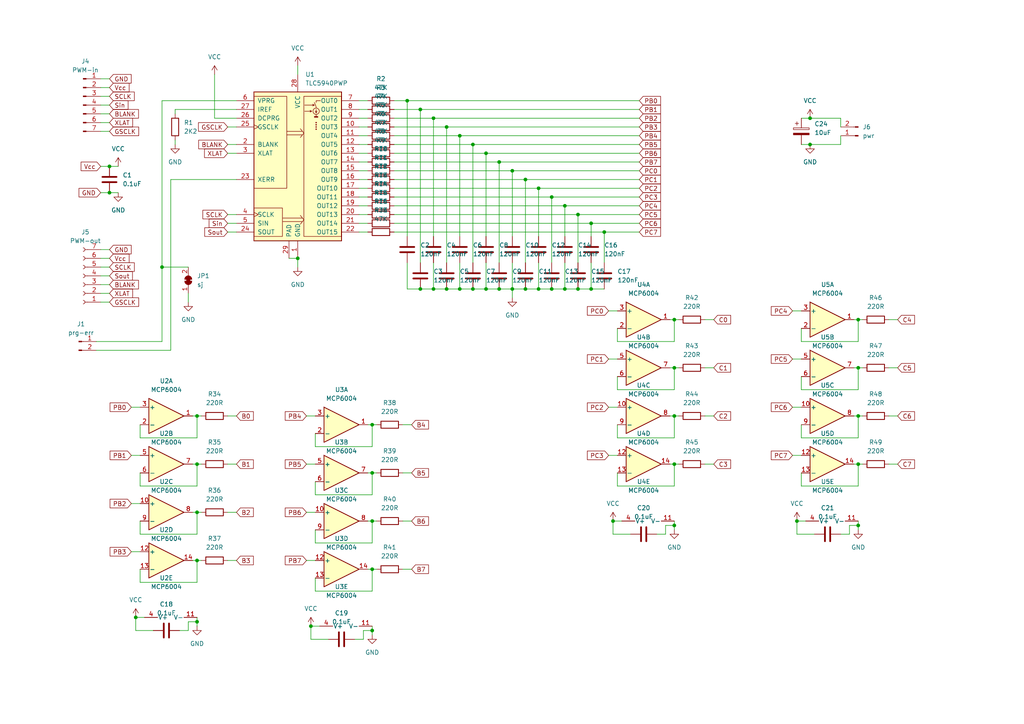
<source format=kicad_sch>
(kicad_sch (version 20230121) (generator eeschema)
  (paper "A4")
  (junction (at 57.15 134.62))
  (junction (at 248.92 120.65))
  (junction (at 160.02 83.82))
  (junction (at 107.95 151.13))
  (junction (at 144.78 46.99))
  (junction (at 234.95 34.29))
  (junction (at 107.95 182.88))
  (junction (at 152.4 52.07))
  (junction (at 125.73 83.82))
  (junction (at 171.45 64.77))
  (junction (at 148.59 49.53))
  (junction (at 140.97 44.45))
  (junction (at 118.11 29.21))
  (junction (at 156.21 54.61))
  (junction (at 125.73 34.29))
  (junction (at 39.37 179.07))
  (junction (at 57.15 162.56))
  (junction (at 107.95 123.19))
  (junction (at 167.64 62.23))
  (junction (at 90.17 181.61))
  (junction (at 195.58 134.62))
  (junction (at 133.35 39.37))
  (junction (at 231.14 151.13))
  (junction (at 57.15 180.34))
  (junction (at 140.97 83.82))
  (junction (at 57.15 120.65))
  (junction (at 171.45 83.82))
  (junction (at 137.16 83.82))
  (junction (at 234.95 41.91))
  (junction (at 195.58 106.68))
  (junction (at 31.75 48.26))
  (junction (at 107.95 137.16))
  (junction (at 46.99 77.47))
  (junction (at 129.54 83.82))
  (junction (at 195.58 120.65))
  (junction (at 195.58 152.4))
  (junction (at 137.16 41.91))
  (junction (at 31.75 55.88))
  (junction (at 86.36 74.93))
  (junction (at 148.59 83.82))
  (junction (at 156.21 83.82))
  (junction (at 107.95 165.1))
  (junction (at 248.92 92.71))
  (junction (at 177.8 151.13))
  (junction (at 160.02 57.15))
  (junction (at 121.92 31.75))
  (junction (at 57.15 148.59))
  (junction (at 133.35 83.82))
  (junction (at 163.83 59.69))
  (junction (at 248.92 106.68))
  (junction (at 167.64 83.82))
  (junction (at 152.4 83.82))
  (junction (at 248.92 134.62))
  (junction (at 195.58 92.71))
  (junction (at 129.54 36.83))
  (junction (at 163.83 83.82))
  (junction (at 248.92 152.4))
  (junction (at 144.78 83.82))
  (junction (at 121.92 83.82))
  (junction (at 175.26 67.31))
  (wire (pts (xy 114.3 44.45) (xy 140.97 44.45)))
  (wire (pts (xy 91.44 157.48) (xy 91.44 153.67)))
  (wire (pts (xy 229.87 104.14) (xy 232.41 104.14)))
  (wire (pts (xy 106.68 165.1) (xy 107.95 165.1)))
  (wire (pts (xy 29.21 22.86) (xy 31.75 22.86)))
  (wire (pts (xy 114.3 54.61) (xy 156.21 54.61)))
  (wire (pts (xy 229.87 118.11) (xy 232.41 118.11)))
  (wire (pts (xy 137.16 41.91) (xy 137.16 76.2)))
  (wire (pts (xy 104.14 41.91) (xy 106.68 41.91)))
  (wire (pts (xy 107.95 182.88) (xy 107.95 184.15)))
  (wire (pts (xy 257.81 92.71) (xy 260.35 92.71)))
  (wire (pts (xy 114.3 34.29) (xy 125.73 34.29)))
  (wire (pts (xy 104.14 29.21) (xy 106.68 29.21)))
  (wire (pts (xy 107.95 123.19) (xy 109.22 123.19)))
  (wire (pts (xy 29.21 72.39) (xy 31.75 72.39)))
  (wire (pts (xy 195.58 151.13) (xy 195.58 152.4)))
  (wire (pts (xy 104.14 49.53) (xy 106.68 49.53)))
  (wire (pts (xy 118.11 83.82) (xy 121.92 83.82)))
  (wire (pts (xy 248.92 99.06) (xy 232.41 99.06)))
  (wire (pts (xy 116.84 151.13) (xy 119.38 151.13)))
  (wire (pts (xy 114.3 62.23) (xy 167.64 62.23)))
  (wire (pts (xy 129.54 83.82) (xy 133.35 83.82)))
  (wire (pts (xy 177.8 154.94) (xy 177.8 151.13)))
  (wire (pts (xy 29.21 77.47) (xy 31.75 77.47)))
  (wire (pts (xy 140.97 76.2) (xy 140.97 83.82)))
  (wire (pts (xy 195.58 113.03) (xy 179.07 113.03)))
  (wire (pts (xy 248.92 152.4) (xy 248.92 153.67)))
  (wire (pts (xy 57.15 168.91) (xy 40.64 168.91)))
  (wire (pts (xy 102.87 185.42) (xy 105.41 185.42)))
  (wire (pts (xy 232.41 99.06) (xy 232.41 95.25)))
  (wire (pts (xy 88.9 120.65) (xy 91.44 120.65)))
  (wire (pts (xy 152.4 52.07) (xy 152.4 76.2)))
  (wire (pts (xy 195.58 92.71) (xy 195.58 99.06)))
  (wire (pts (xy 116.84 123.19) (xy 119.38 123.19)))
  (wire (pts (xy 248.92 106.68) (xy 248.92 113.03)))
  (wire (pts (xy 66.04 67.31) (xy 68.58 67.31)))
  (wire (pts (xy 167.64 83.82) (xy 171.45 83.82)))
  (wire (pts (xy 156.21 54.61) (xy 185.42 54.61)))
  (wire (pts (xy 232.41 127) (xy 232.41 123.19)))
  (wire (pts (xy 104.14 67.31) (xy 106.68 67.31)))
  (wire (pts (xy 66.04 44.45) (xy 68.58 44.45)))
  (wire (pts (xy 232.41 41.91) (xy 234.95 41.91)))
  (wire (pts (xy 140.97 83.82) (xy 144.78 83.82)))
  (wire (pts (xy 104.14 34.29) (xy 106.68 34.29)))
  (wire (pts (xy 248.92 92.71) (xy 248.92 99.06)))
  (wire (pts (xy 248.92 151.13) (xy 248.92 152.4)))
  (wire (pts (xy 27.94 101.6) (xy 49.53 101.6)))
  (wire (pts (xy 231.14 154.94) (xy 231.14 151.13)))
  (wire (pts (xy 257.81 120.65) (xy 260.35 120.65)))
  (wire (pts (xy 204.47 120.65) (xy 207.01 120.65)))
  (wire (pts (xy 90.17 185.42) (xy 90.17 181.61)))
  (wire (pts (xy 114.3 36.83) (xy 129.54 36.83)))
  (wire (pts (xy 104.14 44.45) (xy 106.68 44.45)))
  (wire (pts (xy 91.44 129.54) (xy 91.44 125.73)))
  (wire (pts (xy 171.45 64.77) (xy 171.45 68.58)))
  (wire (pts (xy 57.15 179.07) (xy 57.15 180.34)))
  (wire (pts (xy 246.38 152.4) (xy 248.92 152.4)))
  (wire (pts (xy 179.07 127) (xy 179.07 123.19)))
  (wire (pts (xy 104.14 39.37) (xy 106.68 39.37)))
  (wire (pts (xy 140.97 44.45) (xy 185.42 44.45)))
  (wire (pts (xy 236.22 154.94) (xy 231.14 154.94)))
  (wire (pts (xy 104.14 46.99) (xy 106.68 46.99)))
  (wire (pts (xy 50.8 40.64) (xy 50.8 41.91)))
  (wire (pts (xy 29.21 30.48) (xy 31.75 30.48)))
  (wire (pts (xy 194.31 134.62) (xy 195.58 134.62)))
  (wire (pts (xy 229.87 90.17) (xy 232.41 90.17)))
  (wire (pts (xy 106.68 137.16) (xy 107.95 137.16)))
  (wire (pts (xy 148.59 49.53) (xy 148.59 68.58)))
  (wire (pts (xy 125.73 34.29) (xy 125.73 68.58)))
  (wire (pts (xy 31.75 55.88) (xy 34.29 55.88)))
  (wire (pts (xy 107.95 151.13) (xy 107.95 157.48)))
  (wire (pts (xy 248.92 134.62) (xy 248.92 140.97)))
  (wire (pts (xy 118.11 29.21) (xy 185.42 29.21)))
  (wire (pts (xy 68.58 34.29) (xy 62.23 34.29)))
  (wire (pts (xy 171.45 64.77) (xy 185.42 64.77)))
  (wire (pts (xy 38.1 118.11) (xy 40.64 118.11)))
  (wire (pts (xy 29.21 38.1) (xy 31.75 38.1)))
  (wire (pts (xy 57.15 162.56) (xy 57.15 168.91)))
  (wire (pts (xy 167.64 62.23) (xy 167.64 76.2)))
  (wire (pts (xy 195.58 127) (xy 179.07 127)))
  (wire (pts (xy 114.3 64.77) (xy 171.45 64.77)))
  (wire (pts (xy 195.58 152.4) (xy 195.58 153.67)))
  (wire (pts (xy 234.95 34.29) (xy 243.84 34.29)))
  (wire (pts (xy 29.21 48.26) (xy 31.75 48.26)))
  (wire (pts (xy 40.64 168.91) (xy 40.64 165.1)))
  (wire (pts (xy 160.02 57.15) (xy 160.02 76.2)))
  (wire (pts (xy 234.95 41.91) (xy 243.84 41.91)))
  (wire (pts (xy 163.83 59.69) (xy 163.83 68.58)))
  (wire (pts (xy 107.95 157.48) (xy 91.44 157.48)))
  (wire (pts (xy 114.3 57.15) (xy 160.02 57.15)))
  (wire (pts (xy 66.04 134.62) (xy 68.58 134.62)))
  (wire (pts (xy 248.92 120.65) (xy 250.19 120.65)))
  (wire (pts (xy 66.04 120.65) (xy 68.58 120.65)))
  (wire (pts (xy 39.37 179.07) (xy 41.91 179.07)))
  (wire (pts (xy 204.47 134.62) (xy 207.01 134.62)))
  (wire (pts (xy 243.84 34.29) (xy 243.84 36.83)))
  (wire (pts (xy 176.53 118.11) (xy 179.07 118.11)))
  (wire (pts (xy 88.9 148.59) (xy 91.44 148.59)))
  (wire (pts (xy 46.99 29.21) (xy 46.99 77.47)))
  (wire (pts (xy 195.58 99.06) (xy 179.07 99.06)))
  (wire (pts (xy 163.83 59.69) (xy 185.42 59.69)))
  (wire (pts (xy 248.92 140.97) (xy 232.41 140.97)))
  (wire (pts (xy 247.65 92.71) (xy 248.92 92.71)))
  (wire (pts (xy 156.21 76.2) (xy 156.21 83.82)))
  (wire (pts (xy 195.58 92.71) (xy 196.85 92.71)))
  (wire (pts (xy 129.54 36.83) (xy 185.42 36.83)))
  (wire (pts (xy 57.15 140.97) (xy 40.64 140.97)))
  (wire (pts (xy 175.26 67.31) (xy 185.42 67.31)))
  (wire (pts (xy 27.94 99.06) (xy 46.99 99.06)))
  (wire (pts (xy 54.61 180.34) (xy 57.15 180.34)))
  (wire (pts (xy 91.44 171.45) (xy 91.44 167.64)))
  (wire (pts (xy 248.92 127) (xy 232.41 127)))
  (wire (pts (xy 133.35 39.37) (xy 133.35 68.58)))
  (wire (pts (xy 121.92 31.75) (xy 185.42 31.75)))
  (wire (pts (xy 247.65 106.68) (xy 248.92 106.68)))
  (wire (pts (xy 152.4 52.07) (xy 185.42 52.07)))
  (wire (pts (xy 29.21 25.4) (xy 31.75 25.4)))
  (wire (pts (xy 148.59 83.82) (xy 148.59 86.36)))
  (wire (pts (xy 232.41 34.29) (xy 234.95 34.29)))
  (wire (pts (xy 114.3 52.07) (xy 152.4 52.07)))
  (wire (pts (xy 243.84 154.94) (xy 246.38 154.94)))
  (wire (pts (xy 204.47 92.71) (xy 207.01 92.71)))
  (wire (pts (xy 29.21 35.56) (xy 31.75 35.56)))
  (wire (pts (xy 163.83 83.82) (xy 167.64 83.82)))
  (wire (pts (xy 156.21 83.82) (xy 160.02 83.82)))
  (wire (pts (xy 29.21 33.02) (xy 31.75 33.02)))
  (wire (pts (xy 118.11 29.21) (xy 118.11 68.58)))
  (wire (pts (xy 179.07 140.97) (xy 179.07 137.16)))
  (wire (pts (xy 148.59 49.53) (xy 185.42 49.53)))
  (wire (pts (xy 46.99 77.47) (xy 46.99 99.06)))
  (wire (pts (xy 248.92 106.68) (xy 250.19 106.68)))
  (wire (pts (xy 125.73 34.29) (xy 185.42 34.29)))
  (wire (pts (xy 195.58 134.62) (xy 196.85 134.62)))
  (wire (pts (xy 31.75 48.26) (xy 34.29 48.26)))
  (wire (pts (xy 105.41 185.42) (xy 105.41 182.88)))
  (wire (pts (xy 144.78 46.99) (xy 185.42 46.99)))
  (wire (pts (xy 107.95 143.51) (xy 91.44 143.51)))
  (wire (pts (xy 133.35 83.82) (xy 137.16 83.82)))
  (wire (pts (xy 104.14 52.07) (xy 106.68 52.07)))
  (wire (pts (xy 171.45 83.82) (xy 175.26 83.82)))
  (wire (pts (xy 176.53 132.08) (xy 179.07 132.08)))
  (wire (pts (xy 129.54 36.83) (xy 129.54 76.2)))
  (wire (pts (xy 125.73 83.82) (xy 129.54 83.82)))
  (wire (pts (xy 193.04 154.94) (xy 193.04 152.4)))
  (wire (pts (xy 107.95 165.1) (xy 109.22 165.1)))
  (wire (pts (xy 156.21 54.61) (xy 156.21 68.58)))
  (wire (pts (xy 194.31 120.65) (xy 195.58 120.65)))
  (wire (pts (xy 88.9 134.62) (xy 91.44 134.62)))
  (wire (pts (xy 104.14 31.75) (xy 106.68 31.75)))
  (wire (pts (xy 121.92 83.82) (xy 125.73 83.82)))
  (wire (pts (xy 193.04 152.4) (xy 195.58 152.4)))
  (wire (pts (xy 107.95 181.61) (xy 107.95 182.88)))
  (wire (pts (xy 107.95 171.45) (xy 91.44 171.45)))
  (wire (pts (xy 68.58 31.75) (xy 50.8 31.75)))
  (wire (pts (xy 52.07 182.88) (xy 54.61 182.88)))
  (wire (pts (xy 204.47 106.68) (xy 207.01 106.68)))
  (wire (pts (xy 243.84 41.91) (xy 243.84 39.37)))
  (wire (pts (xy 247.65 134.62) (xy 248.92 134.62)))
  (wire (pts (xy 50.8 31.75) (xy 50.8 33.02)))
  (wire (pts (xy 29.21 87.63) (xy 31.75 87.63)))
  (wire (pts (xy 104.14 57.15) (xy 106.68 57.15)))
  (wire (pts (xy 66.04 36.83) (xy 68.58 36.83)))
  (wire (pts (xy 107.95 129.54) (xy 91.44 129.54)))
  (wire (pts (xy 57.15 120.65) (xy 57.15 127)))
  (wire (pts (xy 66.04 162.56) (xy 68.58 162.56)))
  (wire (pts (xy 29.21 82.55) (xy 31.75 82.55)))
  (wire (pts (xy 247.65 120.65) (xy 248.92 120.65)))
  (wire (pts (xy 66.04 64.77) (xy 68.58 64.77)))
  (wire (pts (xy 177.8 151.13) (xy 180.34 151.13)))
  (wire (pts (xy 114.3 41.91) (xy 137.16 41.91)))
  (wire (pts (xy 137.16 41.91) (xy 185.42 41.91)))
  (wire (pts (xy 144.78 83.82) (xy 148.59 83.82)))
  (wire (pts (xy 38.1 160.02) (xy 40.64 160.02)))
  (wire (pts (xy 182.88 154.94) (xy 177.8 154.94)))
  (wire (pts (xy 248.92 134.62) (xy 250.19 134.62)))
  (wire (pts (xy 91.44 143.51) (xy 91.44 139.7)))
  (wire (pts (xy 57.15 134.62) (xy 58.42 134.62)))
  (wire (pts (xy 107.95 123.19) (xy 107.95 129.54)))
  (wire (pts (xy 125.73 76.2) (xy 125.73 83.82)))
  (wire (pts (xy 118.11 76.2) (xy 118.11 83.82)))
  (wire (pts (xy 194.31 92.71) (xy 195.58 92.71)))
  (wire (pts (xy 66.04 41.91) (xy 68.58 41.91)))
  (wire (pts (xy 66.04 148.59) (xy 68.58 148.59)))
  (wire (pts (xy 105.41 182.88) (xy 107.95 182.88)))
  (wire (pts (xy 49.53 52.07) (xy 49.53 101.6)))
  (wire (pts (xy 57.15 162.56) (xy 58.42 162.56)))
  (wire (pts (xy 46.99 77.47) (xy 54.61 77.47)))
  (wire (pts (xy 248.92 113.03) (xy 232.41 113.03)))
  (wire (pts (xy 133.35 76.2) (xy 133.35 83.82)))
  (wire (pts (xy 38.1 146.05) (xy 40.64 146.05)))
  (wire (pts (xy 171.45 76.2) (xy 171.45 83.82)))
  (wire (pts (xy 29.21 27.94) (xy 31.75 27.94)))
  (wire (pts (xy 104.14 59.69) (xy 106.68 59.69)))
  (wire (pts (xy 121.92 31.75) (xy 121.92 76.2)))
  (wire (pts (xy 57.15 148.59) (xy 57.15 154.94)))
  (wire (pts (xy 257.81 134.62) (xy 260.35 134.62)))
  (wire (pts (xy 66.04 62.23) (xy 68.58 62.23)))
  (wire (pts (xy 107.95 165.1) (xy 107.95 171.45)))
  (wire (pts (xy 133.35 39.37) (xy 185.42 39.37)))
  (wire (pts (xy 55.88 134.62) (xy 57.15 134.62)))
  (wire (pts (xy 190.5 154.94) (xy 193.04 154.94)))
  (wire (pts (xy 232.41 140.97) (xy 232.41 137.16)))
  (wire (pts (xy 114.3 39.37) (xy 133.35 39.37)))
  (wire (pts (xy 90.17 181.61) (xy 92.71 181.61)))
  (wire (pts (xy 29.21 80.01) (xy 31.75 80.01)))
  (wire (pts (xy 195.58 140.97) (xy 179.07 140.97)))
  (wire (pts (xy 106.68 151.13) (xy 107.95 151.13)))
  (wire (pts (xy 40.64 154.94) (xy 40.64 151.13)))
  (wire (pts (xy 57.15 120.65) (xy 58.42 120.65)))
  (wire (pts (xy 163.83 76.2) (xy 163.83 83.82)))
  (wire (pts (xy 114.3 31.75) (xy 121.92 31.75)))
  (wire (pts (xy 86.36 19.05) (xy 86.36 21.59)))
  (wire (pts (xy 68.58 52.07) (xy 49.53 52.07)))
  (wire (pts (xy 55.88 120.65) (xy 57.15 120.65)))
  (wire (pts (xy 29.21 55.88) (xy 31.75 55.88)))
  (wire (pts (xy 57.15 148.59) (xy 58.42 148.59)))
  (wire (pts (xy 107.95 137.16) (xy 109.22 137.16)))
  (wire (pts (xy 231.14 151.13) (xy 233.68 151.13)))
  (wire (pts (xy 144.78 46.99) (xy 144.78 76.2)))
  (wire (pts (xy 29.21 85.09) (xy 31.75 85.09)))
  (wire (pts (xy 176.53 90.17) (xy 179.07 90.17)))
  (wire (pts (xy 195.58 106.68) (xy 195.58 113.03)))
  (wire (pts (xy 137.16 83.82) (xy 140.97 83.82)))
  (wire (pts (xy 194.31 106.68) (xy 195.58 106.68)))
  (wire (pts (xy 195.58 106.68) (xy 196.85 106.68)))
  (wire (pts (xy 104.14 54.61) (xy 106.68 54.61)))
  (wire (pts (xy 55.88 162.56) (xy 57.15 162.56)))
  (wire (pts (xy 246.38 154.94) (xy 246.38 152.4)))
  (wire (pts (xy 86.36 74.93) (xy 86.36 77.47)))
  (wire (pts (xy 116.84 165.1) (xy 119.38 165.1)))
  (wire (pts (xy 107.95 151.13) (xy 109.22 151.13)))
  (wire (pts (xy 195.58 134.62) (xy 195.58 140.97)))
  (wire (pts (xy 116.84 137.16) (xy 119.38 137.16)))
  (wire (pts (xy 148.59 76.2) (xy 148.59 83.82)))
  (wire (pts (xy 140.97 44.45) (xy 140.97 68.58)))
  (wire (pts (xy 95.25 185.42) (xy 90.17 185.42)))
  (wire (pts (xy 114.3 67.31) (xy 175.26 67.31)))
  (wire (pts (xy 40.64 140.97) (xy 40.64 137.16)))
  (wire (pts (xy 195.58 120.65) (xy 196.85 120.65)))
  (wire (pts (xy 106.68 123.19) (xy 107.95 123.19)))
  (wire (pts (xy 160.02 83.82) (xy 163.83 83.82)))
  (wire (pts (xy 229.87 132.08) (xy 232.41 132.08)))
  (wire (pts (xy 232.41 113.03) (xy 232.41 109.22)))
  (wire (pts (xy 179.07 99.06) (xy 179.07 95.25)))
  (wire (pts (xy 195.58 120.65) (xy 195.58 127)))
  (wire (pts (xy 57.15 154.94) (xy 40.64 154.94)))
  (wire (pts (xy 152.4 83.82) (xy 156.21 83.82)))
  (wire (pts (xy 68.58 29.21) (xy 46.99 29.21)))
  (wire (pts (xy 167.64 62.23) (xy 185.42 62.23)))
  (wire (pts (xy 114.3 59.69) (xy 163.83 59.69)))
  (wire (pts (xy 29.21 74.93) (xy 31.75 74.93)))
  (wire (pts (xy 114.3 29.21) (xy 118.11 29.21)))
  (wire (pts (xy 44.45 182.88) (xy 39.37 182.88)))
  (wire (pts (xy 179.07 113.03) (xy 179.07 109.22)))
  (wire (pts (xy 39.37 182.88) (xy 39.37 179.07)))
  (wire (pts (xy 57.15 180.34) (xy 57.15 181.61)))
  (wire (pts (xy 55.88 148.59) (xy 57.15 148.59)))
  (wire (pts (xy 54.61 85.09) (xy 54.61 87.63)))
  (wire (pts (xy 148.59 83.82) (xy 152.4 83.82)))
  (wire (pts (xy 160.02 57.15) (xy 185.42 57.15)))
  (wire (pts (xy 104.14 64.77) (xy 106.68 64.77)))
  (wire (pts (xy 114.3 46.99) (xy 144.78 46.99)))
  (wire (pts (xy 38.1 132.08) (xy 40.64 132.08)))
  (wire (pts (xy 107.95 137.16) (xy 107.95 143.51)))
  (wire (pts (xy 54.61 182.88) (xy 54.61 180.34)))
  (wire (pts (xy 176.53 104.14) (xy 179.07 104.14)))
  (wire (pts (xy 40.64 127) (xy 40.64 123.19)))
  (wire (pts (xy 104.14 62.23) (xy 106.68 62.23)))
  (wire (pts (xy 104.14 36.83) (xy 106.68 36.83)))
  (wire (pts (xy 175.26 67.31) (xy 175.26 76.2)))
  (wire (pts (xy 257.81 106.68) (xy 260.35 106.68)))
  (wire (pts (xy 83.82 74.93) (xy 86.36 74.93)))
  (wire (pts (xy 57.15 127) (xy 40.64 127)))
  (wire (pts (xy 62.23 21.59) (xy 62.23 34.29)))
  (wire (pts (xy 114.3 49.53) (xy 148.59 49.53)))
  (wire (pts (xy 57.15 134.62) (xy 57.15 140.97)))
  (wire (pts (xy 248.92 120.65) (xy 248.92 127)))
  (wire (pts (xy 88.9 162.56) (xy 91.44 162.56)))
  (wire (pts (xy 248.92 92.71) (xy 250.19 92.71)))
  (global_label "B0" (shape input) (at 68.58 120.65 0) (property "Intersheetrefs" "${INTERSHEET_REFS}" (effects hide)))
  (global_label "B5" (shape input) (at 119.38 137.16 0) (property "Intersheetrefs" "${INTERSHEET_REFS}" (effects hide)))
  (global_label "PB6" (shape input) (at 88.9 148.59 180) (property "Intersheetrefs" "${INTERSHEET_REFS}" (effects hide)))
  (global_label "XLAT" (shape input) (at 31.75 35.56 0) (property "Intersheetrefs" "${INTERSHEET_REFS}" (effects hide)))
  (global_label "BLANK" (shape input) (at 66.04 41.91 180) (property "Intersheetrefs" "${INTERSHEET_REFS}" (effects hide)))
  (global_label "PC6" (shape input) (at 229.87 118.11 180) (property "Intersheetrefs" "${INTERSHEET_REFS}" (effects hide)))
  (global_label "XLAT" (shape input) (at 66.04 44.45 180) (property "Intersheetrefs" "${INTERSHEET_REFS}" (effects hide)))
  (global_label "C7" (shape input) (at 260.35 134.62 0) (property "Intersheetrefs" "${INTERSHEET_REFS}" (effects hide)))
  (global_label "PC6" (shape input) (at 185.42 64.77 0) (property "Intersheetrefs" "${INTERSHEET_REFS}" (effects hide)))
  (global_label "Vcc" (shape input) (at 31.75 74.93 0) (property "Intersheetrefs" "${INTERSHEET_REFS}" (effects hide)))
  (global_label "PB1" (shape input) (at 38.1 132.08 180) (property "Intersheetrefs" "${INTERSHEET_REFS}" (effects hide)))
  (global_label "C3" (shape input) (at 207.01 134.62 0) (property "Intersheetrefs" "${INTERSHEET_REFS}" (effects hide)))
  (global_label "PB2" (shape input) (at 185.42 34.29 0) (property "Intersheetrefs" "${INTERSHEET_REFS}" (effects hide)))
  (global_label "PC4" (shape input) (at 185.42 59.69 0) (property "Intersheetrefs" "${INTERSHEET_REFS}" (effects hide)))
  (global_label "PB5" (shape input) (at 185.42 41.91 0) (property "Intersheetrefs" "${INTERSHEET_REFS}" (effects hide)))
  (global_label "PC1" (shape input) (at 176.53 104.14 180) (property "Intersheetrefs" "${INTERSHEET_REFS}" (effects hide)))
  (global_label "Sout" (shape input) (at 66.04 67.31 180) (property "Intersheetrefs" "${INTERSHEET_REFS}" (effects hide)))
  (global_label "PB0" (shape input) (at 185.42 29.21 0) (property "Intersheetrefs" "${INTERSHEET_REFS}" (effects hide)))
  (global_label "PC0" (shape input) (at 185.42 49.53 0) (property "Intersheetrefs" "${INTERSHEET_REFS}" (effects hide)))
  (global_label "C6" (shape input) (at 260.35 120.65 0) (property "Intersheetrefs" "${INTERSHEET_REFS}" (effects hide)))
  (global_label "PC5" (shape input) (at 185.42 62.23 0) (property "Intersheetrefs" "${INTERSHEET_REFS}" (effects hide)))
  (global_label "PB7" (shape input) (at 88.9 162.56 180) (property "Intersheetrefs" "${INTERSHEET_REFS}" (effects hide)))
  (global_label "GSCLK" (shape input) (at 31.75 38.1 0) (property "Intersheetrefs" "${INTERSHEET_REFS}" (effects hide)))
  (global_label "PB6" (shape input) (at 185.42 44.45 0) (property "Intersheetrefs" "${INTERSHEET_REFS}" (effects hide)))
  (global_label "GSCLK" (shape input) (at 66.04 36.83 180) (property "Intersheetrefs" "${INTERSHEET_REFS}" (effects hide)))
  (global_label "BLANK" (shape input) (at 31.75 82.55 0) (property "Intersheetrefs" "${INTERSHEET_REFS}" (effects hide)))
  (global_label "Vcc" (shape input) (at 29.21 48.26 180) (property "Intersheetrefs" "${INTERSHEET_REFS}" (effects hide)))
  (global_label "B2" (shape input) (at 68.58 148.59 0) (property "Intersheetrefs" "${INTERSHEET_REFS}" (effects hide)))
  (global_label "SCLK" (shape input) (at 31.75 27.94 0) (property "Intersheetrefs" "${INTERSHEET_REFS}" (effects hide)))
  (global_label "GND" (shape input) (at 29.21 55.88 180) (property "Intersheetrefs" "${INTERSHEET_REFS}" (effects hide)))
  (global_label "PB1" (shape input) (at 185.42 31.75 0) (property "Intersheetrefs" "${INTERSHEET_REFS}" (effects hide)))
  (global_label "BLANK" (shape input) (at 31.75 33.02 0) (property "Intersheetrefs" "${INTERSHEET_REFS}" (effects hide)))
  (global_label "PB7" (shape input) (at 185.42 46.99 0) (property "Intersheetrefs" "${INTERSHEET_REFS}" (effects hide)))
  (global_label "C4" (shape input) (at 260.35 92.71 0) (property "Intersheetrefs" "${INTERSHEET_REFS}" (effects hide)))
  (global_label "Sin" (shape input) (at 66.04 64.77 180) (property "Intersheetrefs" "${INTERSHEET_REFS}" (effects hide)))
  (global_label "C5" (shape input) (at 260.35 106.68 0) (property "Intersheetrefs" "${INTERSHEET_REFS}" (effects hide)))
  (global_label "PC0" (shape input) (at 176.53 90.17 180) (property "Intersheetrefs" "${INTERSHEET_REFS}" (effects hide)))
  (global_label "XLAT" (shape input) (at 31.75 85.09 0) (property "Intersheetrefs" "${INTERSHEET_REFS}" (effects hide)))
  (global_label "PC7" (shape input) (at 229.87 132.08 180) (property "Intersheetrefs" "${INTERSHEET_REFS}" (effects hide)))
  (global_label "PB4" (shape input) (at 88.9 120.65 180) (property "Intersheetrefs" "${INTERSHEET_REFS}" (effects hide)))
  (global_label "PB3" (shape input) (at 38.1 160.02 180) (property "Intersheetrefs" "${INTERSHEET_REFS}" (effects hide)))
  (global_label "B1" (shape input) (at 68.58 134.62 0) (property "Intersheetrefs" "${INTERSHEET_REFS}" (effects hide)))
  (global_label "PC5" (shape input) (at 229.87 104.14 180) (property "Intersheetrefs" "${INTERSHEET_REFS}" (effects hide)))
  (global_label "PC2" (shape input) (at 176.53 118.11 180) (property "Intersheetrefs" "${INTERSHEET_REFS}" (effects hide)))
  (global_label "PB2" (shape input) (at 38.1 146.05 180) (property "Intersheetrefs" "${INTERSHEET_REFS}" (effects hide)))
  (global_label "Vcc" (shape input) (at 31.75 25.4 0) (property "Intersheetrefs" "${INTERSHEET_REFS}" (effects hide)))
  (global_label "B3" (shape input) (at 68.58 162.56 0) (property "Intersheetrefs" "${INTERSHEET_REFS}" (effects hide)))
  (global_label "PC3" (shape input) (at 185.42 57.15 0) (property "Intersheetrefs" "${INTERSHEET_REFS}" (effects hide)))
  (global_label "PB4" (shape input) (at 185.42 39.37 0) (property "Intersheetrefs" "${INTERSHEET_REFS}" (effects hide)))
  (global_label "PC2" (shape input) (at 185.42 54.61 0) (property "Intersheetrefs" "${INTERSHEET_REFS}" (effects hide)))
  (global_label "B4" (shape input) (at 119.38 123.19 0) (property "Intersheetrefs" "${INTERSHEET_REFS}" (effects hide)))
  (global_label "GND" (shape input) (at 31.75 22.86 0) (property "Intersheetrefs" "${INTERSHEET_REFS}" (effects hide)))
  (global_label "SCLK" (shape input) (at 66.04 62.23 180) (property "Intersheetrefs" "${INTERSHEET_REFS}" (effects hide)))
  (global_label "PC3" (shape input) (at 176.53 132.08 180) (property "Intersheetrefs" "${INTERSHEET_REFS}" (effects hide)))
  (global_label "PB3" (shape input) (at 185.42 36.83 0) (property "Intersheetrefs" "${INTERSHEET_REFS}" (effects hide)))
  (global_label "PB5" (shape input) (at 88.9 134.62 180) (property "Intersheetrefs" "${INTERSHEET_REFS}" (effects hide)))
  (global_label "GND" (shape input) (at 31.75 72.39 0) (property "Intersheetrefs" "${INTERSHEET_REFS}" (effects hide)))
  (global_label "B6" (shape input) (at 119.38 151.13 0) (property "Intersheetrefs" "${INTERSHEET_REFS}" (effects hide)))
  (global_label "Sout" (shape input) (at 31.75 80.01 0) (property "Intersheetrefs" "${INTERSHEET_REFS}" (effects hide)))
  (global_label "PC1" (shape input) (at 185.42 52.07 0) (property "Intersheetrefs" "${INTERSHEET_REFS}" (effects hide)))
  (global_label "C2" (shape input) (at 207.01 120.65 0) (property "Intersheetrefs" "${INTERSHEET_REFS}" (effects hide)))
  (global_label "SCLK" (shape input) (at 31.75 77.47 0) (property "Intersheetrefs" "${INTERSHEET_REFS}" (effects hide)))
  (global_label "Sin" (shape input) (at 31.75 30.48 0) (property "Intersheetrefs" "${INTERSHEET_REFS}" (effects hide)))
  (global_label "C1" (shape input) (at 207.01 106.68 0) (property "Intersheetrefs" "${INTERSHEET_REFS}" (effects hide)))
  (global_label "C0" (shape input) (at 207.01 92.71 0) (property "Intersheetrefs" "${INTERSHEET_REFS}" (effects hide)))
  (global_label "GSCLK" (shape input) (at 31.75 87.63 0) (property "Intersheetrefs" "${INTERSHEET_REFS}" (effects hide)))
  (global_label "B7" (shape input) (at 119.38 165.1 0) (property "Intersheetrefs" "${INTERSHEET_REFS}" (effects hide)))
  (global_label "PB0" (shape input) (at 38.1 118.11 180) (property "Intersheetrefs" "${INTERSHEET_REFS}" (effects hide)))
  (global_label "PC7" (shape input) (at 185.42 67.31 0) (property "Intersheetrefs" "${INTERSHEET_REFS}" (effects hide)))
  (global_label "PC4" (shape input) (at 229.87 90.17 180) (property "Intersheetrefs" "${INTERSHEET_REFS}" (effects hide)))
  (symbol (lib_id "Device:C") (at 137.16 80.01 180) (unit 1)
    (property "Reference" "C7" (at 140.97 78.74 0) (effects (justify right)))
    (property "Value" "120nF" (at 140.97 81.28 0) (effects (justify right)))
    (property "Footprint" "Capacitor_SMD:C_0805_2012Metric" (effects hide))
  )
  (symbol (lib_id "Device:R") (at 110.49 57.15 270) (unit 1)
    (property "Reference" "R13" (at 110.49 50.8 90))
    (property "Value" "47K" (at 110.49 53.34 90))
    (property "Footprint" "Resistor_SMD:R_0805_2012Metric" (effects hide))
  )
  (symbol (lib_id "Connector:Conn_01x02_Pin") (at 248.92 39.37 180) (unit 1)
    (property "Reference" "J6" (at 250.19 36.83 0) (effects (justify right)))
    (property "Value" "pwr" (at 250.19 39.37 0) (effects (justify right)))
    (property "Footprint" "Connector_PinHeader_2.54mm:PinHeader_1x02_P2.54mm_Vertical" (effects hide))
  )
  (symbol (lib_id "Device:R") (at 110.49 67.31 270) (unit 1)
    (property "Reference" "R33" (at 110.49 60.96 90))
    (property "Value" "47K" (at 110.49 63.5 90))
    (property "Footprint" "Resistor_SMD:R_0805_2012Metric" (effects hide))
  )
  (symbol (lib_id "Amplifier_Operational:MCP6004") (at 48.26 134.62 0) (unit 2)
    (property "Reference" "U2" (at 48.26 125.73 0))
    (property "Value" "MCP6004" (at 48.26 128.27 0))
    (property "Footprint" "Package_SO:HTSSOP-14-1EP_4.4x5mm_P0.65mm_EP3.4x5mm_Mask3x3.1mm" (effects hide))
    (property "Datasheet" "http://ww1.microchip.com/downloads/en/DeviceDoc/21733j.pdf" (effects hide))
  )
  (symbol (lib_id "Amplifier_Operational:MCP6004") (at 48.26 148.59 0) (unit 3)
    (property "Reference" "U2" (at 48.26 139.7 0))
    (property "Value" "MCP6004" (at 48.26 142.24 0))
    (property "Footprint" "Package_SO:HTSSOP-14-1EP_4.4x5mm_P0.65mm_EP3.4x5mm_Mask3x3.1mm" (effects hide))
    (property "Datasheet" "http://ww1.microchip.com/downloads/en/DeviceDoc/21733j.pdf" (effects hide))
  )
  (symbol (lib_id "Amplifier_Operational:MCP6004") (at 240.03 92.71 0) (unit 1)
    (property "Reference" "U5" (at 240.03 82.55 0))
    (property "Value" "MCP6004" (at 240.03 85.09 0))
    (property "Footprint" "Package_SO:HTSSOP-14-1EP_4.4x5mm_P0.65mm_EP3.4x5mm_Mask3x3.1mm" (effects hide))
    (property "Datasheet" "http://ww1.microchip.com/downloads/en/DeviceDoc/21733j.pdf" (effects hide))
  )
  (symbol (lib_id "Device:R") (at 110.49 34.29 270) (unit 1)
    (property "Reference" "R4" (at 110.49 27.94 90))
    (property "Value" "47K" (at 110.49 30.48 90))
    (property "Footprint" "Resistor_SMD:R_0805_2012Metric" (effects hide))
  )
  (symbol (lib_id "Connector:Conn_01x07_Socket") (at 24.13 80.01 180) (unit 1)
    (property "Reference" "J5" (at 24.765 67.31 0))
    (property "Value" "PWM-out" (at 24.765 69.85 0))
    (property "Footprint" "Connector_PinSocket_2.54mm:PinSocket_1x07_P2.54mm_Horizontal" (effects hide))
  )
  (symbol (lib_id "Amplifier_Operational:MCP6004") (at 186.69 106.68 0) (unit 2)
    (property "Reference" "U4" (at 186.69 97.79 0))
    (property "Value" "MCP6004" (at 186.69 100.33 0))
    (property "Footprint" "Package_SO:HTSSOP-14-1EP_4.4x5mm_P0.65mm_EP3.4x5mm_Mask3x3.1mm" (effects hide))
    (property "Datasheet" "http://ww1.microchip.com/downloads/en/DeviceDoc/21733j.pdf" (effects hide))
  )
  (symbol (lib_id "Device:R") (at 110.49 44.45 270) (unit 1)
    (property "Reference" "R8" (at 110.49 38.1 90))
    (property "Value" "47K" (at 110.49 40.64 90))
    (property "Footprint" "Resistor_SMD:R_0805_2012Metric" (effects hide))
  )
  (symbol (lib_id "Device:R") (at 110.49 46.99 270) (unit 1)
    (property "Reference" "R9" (at 110.49 40.64 90))
    (property "Value" "47K" (at 110.49 43.18 90))
    (property "Footprint" "Resistor_SMD:R_0805_2012Metric" (effects hide))
  )
  (symbol (lib_id "Device:C") (at 152.4 80.01 180) (unit 1)
    (property "Reference" "C11" (at 156.21 78.74 0) (effects (justify right)))
    (property "Value" "120nF" (at 156.21 81.28 0) (effects (justify right)))
    (property "Footprint" "Capacitor_SMD:C_0805_2012Metric" (effects hide))
  )
  (symbol (lib_id "power:GND") (at 107.95 184.15 0) (unit 1)
    (property "Reference" "#PWR012" (effects hide))
    (property "Value" "GND" (at 107.95 189.23 0))
  )
  (symbol (lib_id "Device:C") (at 99.06 185.42 270) (unit 1)
    (property "Reference" "C19" (at 99.06 177.8 90))
    (property "Value" "0.1uF" (at 99.06 180.34 90))
    (property "Footprint" "Capacitor_SMD:C_0805_2012Metric" (effects hide))
  )
  (symbol (lib_id "power:VCC") (at 86.36 19.05 0) (unit 1)
    (property "Reference" "#PWR04" (effects hide))
    (property "Value" "VCC" (at 86.36 13.97 0))
  )
  (symbol (lib_id "Device:R") (at 113.03 151.13 270) (unit 1)
    (property "Reference" "R40" (at 113.03 144.78 90))
    (property "Value" "220R" (at 113.03 147.32 90))
    (property "Footprint" "Resistor_SMD:R_0805_2012Metric" (effects hide))
  )
  (symbol (lib_id "Amplifier_Operational:MCP6004") (at 48.26 162.56 0) (unit 4)
    (property "Reference" "U2" (at 48.26 153.67 0))
    (property "Value" "MCP6004" (at 48.26 156.21 0))
    (property "Footprint" "Package_SO:HTSSOP-14-1EP_4.4x5mm_P0.65mm_EP3.4x5mm_Mask3x3.1mm" (effects hide))
    (property "Datasheet" "http://ww1.microchip.com/downloads/en/DeviceDoc/21733j.pdf" (effects hide))
  )
  (symbol (lib_id "Amplifier_Operational:MCP6004") (at 240.03 120.65 0) (unit 3)
    (property "Reference" "U5" (at 240.03 111.76 0))
    (property "Value" "MCP6004" (at 240.03 114.3 0))
    (property "Footprint" "Package_SO:HTSSOP-14-1EP_4.4x5mm_P0.65mm_EP3.4x5mm_Mask3x3.1mm" (effects hide))
    (property "Datasheet" "http://ww1.microchip.com/downloads/en/DeviceDoc/21733j.pdf" (effects hide))
  )
  (symbol (lib_id "Device:C") (at 156.21 72.39 180) (unit 1)
    (property "Reference" "C12" (at 160.02 71.12 0) (effects (justify right)))
    (property "Value" "120nF" (at 160.02 73.66 0) (effects (justify right)))
    (property "Footprint" "Capacitor_SMD:C_0805_2012Metric" (effects hide))
  )
  (symbol (lib_id "power:VCC") (at 90.17 181.61 0) (unit 1)
    (property "Reference" "#PWR011" (effects hide))
    (property "Value" "VCC" (at 90.17 176.53 0))
  )
  (symbol (lib_id "power:VCC") (at 231.14 151.13 0) (unit 1)
    (property "Reference" "#PWR015" (effects hide))
    (property "Value" "VCC" (at 231.14 146.05 0))
  )
  (symbol (lib_id "Device:R") (at 110.49 39.37 270) (unit 1)
    (property "Reference" "R6" (at 110.49 33.02 90))
    (property "Value" "47K" (at 110.49 35.56 90))
    (property "Footprint" "Resistor_SMD:R_0805_2012Metric" (effects hide))
  )
  (symbol (lib_id "Driver_LED:TLC5940PWP") (at 86.36 46.99 0) (unit 1)
    (property "Reference" "U1" (at 88.5541 21.59 0) (effects (justify left)))
    (property "Value" "TLC5940PWP" (at 88.5541 24.13 0) (effects (justify left)))
    (property "Footprint" "Package_SO:HTSSOP-28-1EP_4.4x9.7mm_P0.65mm_EP3.4x9.5mm_Mask2.4x6.17mm_ThermalVias" (effects hide))
    (property "Datasheet" "http://www.ti.com/lit/ds/symlink/tlc5940.pdf" (effects hide))
  )
  (symbol (lib_id "power:GND") (at 57.15 181.61 0) (unit 1)
    (property "Reference" "#PWR09" (effects hide))
    (property "Value" "GND" (at 57.15 186.69 0))
  )
  (symbol (lib_id "Jumper:SolderJumper_2_Bridged") (at 54.61 81.28 90) (unit 1)
    (property "Reference" "JP1" (at 57.15 80.01 90) (effects (justify right)))
    (property "Value" "sj" (at 57.15 82.55 90) (effects (justify right)))
    (property "Footprint" "Jumper:SolderJumper-2_P1.3mm_Bridged2Bar_Pad1.0x1.5mm" (effects hide))
  )
  (symbol (lib_id "Device:C") (at 240.03 154.94 270) (unit 1)
    (property "Reference" "C21" (at 240.03 147.32 90))
    (property "Value" "0.1uF" (at 240.03 149.86 90))
    (property "Footprint" "Capacitor_SMD:C_0805_2012Metric" (effects hide))
  )
  (symbol (lib_id "Device:C") (at 125.73 72.39 180) (unit 1)
    (property "Reference" "C4" (at 129.54 71.12 0) (effects (justify right)))
    (property "Value" "120nF" (at 129.54 73.66 0) (effects (justify right)))
    (property "Footprint" "Capacitor_SMD:C_0805_2012Metric" (effects hide))
  )
  (symbol (lib_id "Device:C") (at 48.26 182.88 270) (unit 1)
    (property "Reference" "C18" (at 48.26 175.26 90))
    (property "Value" "0.1uF" (at 48.26 177.8 90))
    (property "Footprint" "Capacitor_SMD:C_0805_2012Metric" (effects hide))
  )
  (symbol (lib_id "power:GND") (at 86.36 77.47 0) (unit 1)
    (property "Reference" "#PWR01" (effects hide))
    (property "Value" "GND" (at 86.36 82.55 0))
  )
  (symbol (lib_id "Device:R") (at 113.03 165.1 270) (unit 1)
    (property "Reference" "R41" (at 113.03 158.75 90))
    (property "Value" "220R" (at 113.03 161.29 90))
    (property "Footprint" "Resistor_SMD:R_0805_2012Metric" (effects hide))
  )
  (symbol (lib_id "Amplifier_Operational:MCP6004") (at 240.03 106.68 0) (unit 2)
    (property "Reference" "U5" (at 240.03 97.79 0))
    (property "Value" "MCP6004" (at 240.03 100.33 0))
    (property "Footprint" "Package_SO:HTSSOP-14-1EP_4.4x5mm_P0.65mm_EP3.4x5mm_Mask3x3.1mm" (effects hide))
    (property "Datasheet" "http://ww1.microchip.com/downloads/en/DeviceDoc/21733j.pdf" (effects hide))
  )
  (symbol (lib_id "Device:C") (at 129.54 80.01 180) (unit 1)
    (property "Reference" "C5" (at 133.35 78.74 0) (effects (justify right)))
    (property "Value" "120nF" (at 133.35 81.28 0) (effects (justify right)))
    (property "Footprint" "Capacitor_SMD:C_0805_2012Metric" (effects hide))
  )
  (symbol (lib_id "power:GND") (at 34.29 55.88 0) (unit 1)
    (property "Reference" "#PWR02" (effects hide))
    (property "Value" "GND" (at 34.29 60.96 0))
  )
  (symbol (lib_id "Device:R") (at 254 134.62 270) (unit 1)
    (property "Reference" "R49" (at 254 128.27 90))
    (property "Value" "220R" (at 254 130.81 90))
    (property "Footprint" "Resistor_SMD:R_0805_2012Metric" (effects hide))
  )
  (symbol (lib_id "power:VCC") (at 177.8 151.13 0) (unit 1)
    (property "Reference" "#PWR013" (effects hide))
    (property "Value" "VCC" (at 177.8 146.05 0))
  )
  (symbol (lib_id "Device:R") (at 62.23 120.65 270) (unit 1)
    (property "Reference" "R34" (at 62.23 114.3 90))
    (property "Value" "220R" (at 62.23 116.84 90))
    (property "Footprint" "Resistor_SMD:R_0805_2012Metric" (effects hide))
  )
  (symbol (lib_id "Device:R") (at 254 120.65 270) (unit 1)
    (property "Reference" "R48" (at 254 114.3 90))
    (property "Value" "220R" (at 254 116.84 90))
    (property "Footprint" "Resistor_SMD:R_0805_2012Metric" (effects hide))
  )
  (symbol (lib_id "Device:R") (at 50.8 36.83 180) (unit 1)
    (property "Reference" "R1" (at 53.34 35.56 0) (effects (justify right)))
    (property "Value" "2K2" (at 53.34 38.1 0) (effects (justify right)))
    (property "Footprint" "Resistor_SMD:R_0805_2012Metric" (effects hide))
  )
  (symbol (lib_id "Amplifier_Operational:MCP6004") (at 186.69 134.62 0) (unit 4)
    (property "Reference" "U4" (at 186.69 125.73 0))
    (property "Value" "MCP6004" (at 186.69 128.27 0))
    (property "Footprint" "Package_SO:HTSSOP-14-1EP_4.4x5mm_P0.65mm_EP3.4x5mm_Mask3x3.1mm" (effects hide))
    (property "Datasheet" "http://ww1.microchip.com/downloads/en/DeviceDoc/21733j.pdf" (effects hide))
  )
  (symbol (lib_id "power:GND") (at 50.8 41.91 0) (unit 1)
    (property "Reference" "#PWR07" (effects hide))
    (property "Value" "GND" (at 50.8 46.99 0))
  )
  (symbol (lib_id "Device:R") (at 200.66 106.68 270) (unit 1)
    (property "Reference" "R43" (at 200.66 100.33 90))
    (property "Value" "220R" (at 200.66 102.87 90))
    (property "Footprint" "Resistor_SMD:R_0805_2012Metric" (effects hide))
  )
  (symbol (lib_id "power:VCC") (at 34.29 48.26 0) (unit 1)
    (property "Reference" "#PWR03" (effects hide))
    (property "Value" "VCC" (at 34.29 43.18 0))
  )
  (symbol (lib_id "Device:R") (at 110.49 36.83 270) (unit 1)
    (property "Reference" "R5" (at 110.49 30.48 90))
    (property "Value" "47K" (at 110.49 33.02 90))
    (property "Footprint" "Resistor_SMD:R_0805_2012Metric" (effects hide))
  )
  (symbol (lib_id "Device:R") (at 110.49 41.91 270) (unit 1)
    (property "Reference" "R7" (at 110.49 35.56 90))
    (property "Value" "47K" (at 110.49 38.1 90))
    (property "Footprint" "Resistor_SMD:R_0805_2012Metric" (effects hide))
  )
  (symbol (lib_id "Amplifier_Operational:MCP6004") (at 99.06 137.16 0) (unit 2)
    (property "Reference" "U3" (at 99.06 128.27 0))
    (property "Value" "MCP6004" (at 99.06 130.81 0))
    (property "Footprint" "Package_SO:HTSSOP-14-1EP_4.4x5mm_P0.65mm_EP3.4x5mm_Mask3x3.1mm" (effects hide))
    (property "Datasheet" "http://ww1.microchip.com/downloads/en/DeviceDoc/21733j.pdf" (effects hide))
  )
  (symbol (lib_id "power:GND") (at 148.59 86.36 0) (unit 1)
    (property "Reference" "#PWR08" (effects hide))
    (property "Value" "GND" (at 148.59 91.44 0))
  )
  (symbol (lib_id "Device:R") (at 254 106.68 270) (unit 1)
    (property "Reference" "R47" (at 254 100.33 90))
    (property "Value" "220R" (at 254 102.87 90))
    (property "Footprint" "Resistor_SMD:R_0805_2012Metric" (effects hide))
  )
  (symbol (lib_id "power:GND") (at 234.95 41.91 0) (unit 1)
    (property "Reference" "#PWR041" (effects hide))
    (property "Value" "GND" (at 234.95 46.99 0))
  )
  (symbol (lib_id "Device:R") (at 110.49 52.07 270) (unit 1)
    (property "Reference" "R11" (at 110.49 45.72 90))
    (property "Value" "47K" (at 110.49 48.26 90))
    (property "Footprint" "Resistor_SMD:R_0805_2012Metric" (effects hide))
  )
  (symbol (lib_id "Device:C_Polarized") (at 232.41 38.1 0) (unit 1)
    (property "Reference" "C24" (at 236.22 35.941 0) (effects (justify left)))
    (property "Value" "10uF" (at 236.22 38.481 0) (effects (justify left)))
    (property "Footprint" "Capacitor_THT:CP_Radial_D8.0mm_P2.50mm" (effects hide))
  )
  (symbol (lib_id "Device:C") (at 148.59 72.39 180) (unit 1)
    (property "Reference" "C10" (at 152.4 71.12 0) (effects (justify right)))
    (property "Value" "120nF" (at 152.4 73.66 0) (effects (justify right)))
    (property "Footprint" "Capacitor_SMD:C_0805_2012Metric" (effects hide))
  )
  (symbol (lib_id "Amplifier_Operational:MCP6004") (at 186.69 92.71 0) (unit 1)
    (property "Reference" "U4" (at 186.69 82.55 0))
    (property "Value" "MCP6004" (at 186.69 85.09 0))
    (property "Footprint" "Package_SO:HTSSOP-14-1EP_4.4x5mm_P0.65mm_EP3.4x5mm_Mask3x3.1mm" (effects hide))
    (property "Datasheet" "http://ww1.microchip.com/downloads/en/DeviceDoc/21733j.pdf" (effects hide))
  )
  (symbol (lib_id "Device:R") (at 110.49 49.53 270) (unit 1)
    (property "Reference" "R10" (at 110.49 43.18 90))
    (property "Value" "47K" (at 110.49 45.72 90))
    (property "Footprint" "Resistor_SMD:R_0805_2012Metric" (effects hide))
  )
  (symbol (lib_id "Device:C") (at 121.92 80.01 180) (unit 1)
    (property "Reference" "C3" (at 125.73 78.74 0) (effects (justify right)))
    (property "Value" "120nF" (at 125.73 81.28 0) (effects (justify right)))
    (property "Footprint" "Capacitor_SMD:C_0805_2012Metric" (effects hide))
  )
  (symbol (lib_id "power:VCC") (at 39.37 179.07 0) (unit 1)
    (property "Reference" "#PWR010" (effects hide))
    (property "Value" "VCC" (at 39.37 173.99 0))
  )
  (symbol (lib_id "Device:C") (at 31.75 52.07 180) (unit 1)
    (property "Reference" "C1" (at 35.56 50.8 0) (effects (justify right)))
    (property "Value" "0.1uF" (at 35.56 53.34 0) (effects (justify right)))
    (property "Footprint" "Capacitor_SMD:C_0805_2012Metric" (effects hide))
  )
  (symbol (lib_id "Device:R") (at 254 92.71 270) (unit 1)
    (property "Reference" "R46" (at 254 86.36 90))
    (property "Value" "220R" (at 254 88.9 90))
    (property "Footprint" "Resistor_SMD:R_0805_2012Metric" (effects hide))
  )
  (symbol (lib_id "power:GND") (at 195.58 153.67 0) (unit 1)
    (property "Reference" "#PWR014" (effects hide))
    (property "Value" "GND" (at 195.58 158.75 0))
  )
  (symbol (lib_id "Device:R") (at 200.66 134.62 270) (unit 1)
    (property "Reference" "R45" (at 200.66 128.27 90))
    (property "Value" "220R" (at 200.66 130.81 90))
    (property "Footprint" "Resistor_SMD:R_0805_2012Metric" (effects hide))
  )
  (symbol (lib_id "Device:R") (at 200.66 120.65 270) (unit 1)
    (property "Reference" "R44" (at 200.66 114.3 90))
    (property "Value" "220R" (at 200.66 116.84 90))
    (property "Footprint" "Resistor_SMD:R_0805_2012Metric" (effects hide))
  )
  (symbol (lib_id "Device:C") (at 118.11 72.39 180) (unit 1)
    (property "Reference" "C2" (at 121.92 71.12 0) (effects (justify right)))
    (property "Value" "120nF" (at 121.92 73.66 0) (effects (justify right)))
    (property "Footprint" "Capacitor_SMD:C_0805_2012Metric" (effects hide))
  )
  (symbol (lib_id "Device:R") (at 110.49 29.21 270) (unit 1)
    (property "Reference" "R2" (at 110.49 22.86 90))
    (property "Value" "47K" (at 110.49 25.4 90))
    (property "Footprint" "Resistor_SMD:R_0805_2012Metric" (effects hide))
  )
  (symbol (lib_id "power:VCC") (at 234.95 34.29 0) (unit 1)
    (property "Reference" "#PWR040" (effects hide))
    (property "Value" "VCC" (at 234.95 29.21 0))
  )
  (symbol (lib_id "Device:R") (at 200.66 92.71 270) (unit 1)
    (property "Reference" "R42" (at 200.66 86.36 90))
    (property "Value" "220R" (at 200.66 88.9 90))
    (property "Footprint" "Resistor_SMD:R_0805_2012Metric" (effects hide))
  )
  (symbol (lib_id "Amplifier_Operational:MCP6004") (at 48.26 120.65 0) (unit 1)
    (property "Reference" "U2" (at 48.26 110.49 0))
    (property "Value" "MCP6004" (at 48.26 113.03 0))
    (property "Footprint" "Package_SO:HTSSOP-14-1EP_4.4x5mm_P0.65mm_EP3.4x5mm_Mask3x3.1mm" (effects hide))
    (property "Datasheet" "http://ww1.microchip.com/downloads/en/DeviceDoc/21733j.pdf" (effects hide))
  )
  (symbol (lib_id "power:VCC") (at 62.23 21.59 0) (unit 1)
    (property "Reference" "#PWR06" (effects hide))
    (property "Value" "VCC" (at 62.23 16.51 0))
  )
  (symbol (lib_id "Amplifier_Operational:MCP6004") (at 99.06 151.13 0) (unit 3)
    (property "Reference" "U3" (at 99.06 142.24 0))
    (property "Value" "MCP6004" (at 99.06 144.78 0))
    (property "Footprint" "Package_SO:HTSSOP-14-1EP_4.4x5mm_P0.65mm_EP3.4x5mm_Mask3x3.1mm" (effects hide))
    (property "Datasheet" "http://ww1.microchip.com/downloads/en/DeviceDoc/21733j.pdf" (effects hide))
  )
  (symbol (lib_id "power:GND") (at 248.92 153.67 0) (unit 1)
    (property "Reference" "#PWR016" (effects hide))
    (property "Value" "GND" (at 248.92 158.75 0))
  )
  (symbol (lib_id "Amplifier_Operational:MCP6004") (at 99.06 123.19 0) (unit 1)
    (property "Reference" "U3" (at 99.06 113.03 0))
    (property "Value" "MCP6004" (at 99.06 115.57 0))
    (property "Footprint" "Package_SO:HTSSOP-14-1EP_4.4x5mm_P0.65mm_EP3.4x5mm_Mask3x3.1mm" (effects hide))
    (property "Datasheet" "http://ww1.microchip.com/downloads/en/DeviceDoc/21733j.pdf" (effects hide))
  )
  (symbol (lib_id "Device:C") (at 133.35 72.39 180) (unit 1)
    (property "Reference" "C6" (at 137.16 71.12 0) (effects (justify right)))
    (property "Value" "120nF" (at 137.16 73.66 0) (effects (justify right)))
    (property "Footprint" "Capacitor_SMD:C_0805_2012Metric" (effects hide))
  )
  (symbol (lib_id "Device:R") (at 62.23 162.56 270) (unit 1)
    (property "Reference" "R37" (at 62.23 156.21 90))
    (property "Value" "220R" (at 62.23 158.75 90))
    (property "Footprint" "Resistor_SMD:R_0805_2012Metric" (effects hide))
  )
  (symbol (lib_id "Amplifier_Operational:MCP6004") (at 186.69 120.65 0) (unit 3)
    (property "Reference" "U4" (at 186.69 111.76 0))
    (property "Value" "MCP6004" (at 186.69 114.3 0))
    (property "Footprint" "Package_SO:HTSSOP-14-1EP_4.4x5mm_P0.65mm_EP3.4x5mm_Mask3x3.1mm" (effects hide))
    (property "Datasheet" "http://ww1.microchip.com/downloads/en/DeviceDoc/21733j.pdf" (effects hide))
  )
  (symbol (lib_id "Device:C") (at 144.78 80.01 180) (unit 1)
    (property "Reference" "C9" (at 148.59 78.74 0) (effects (justify right)))
    (property "Value" "120nF" (at 148.59 81.28 0) (effects (justify right)))
    (property "Footprint" "Capacitor_SMD:C_0805_2012Metric" (effects hide))
  )
  (symbol (lib_id "Connector:Conn_01x02_Pin") (at 22.86 99.06 0) (unit 1)
    (property "Reference" "J1" (at 23.495 93.98 0))
    (property "Value" "prg-err" (at 23.495 96.52 0))
    (property "Footprint" "Connector_PinHeader_2.54mm:PinHeader_1x02_P2.54mm_Vertical" (effects hide))
  )
  (symbol (lib_id "Device:C") (at 167.64 80.01 180) (unit 1)
    (property "Reference" "C15" (at 171.45 78.74 0) (effects (justify right)))
    (property "Value" "120nF" (at 171.45 81.28 0) (effects (justify right)))
    (property "Footprint" "Capacitor_SMD:C_0805_2012Metric" (effects hide))
  )
  (symbol (lib_id "Device:R") (at 62.23 134.62 270) (unit 1)
    (property "Reference" "R35" (at 62.23 128.27 90))
    (property "Value" "220R" (at 62.23 130.81 90))
    (property "Footprint" "Resistor_SMD:R_0805_2012Metric" (effects hide))
  )
  (symbol (lib_id "Device:R") (at 110.49 54.61 270) (unit 1)
    (property "Reference" "R12" (at 110.49 48.26 90))
    (property "Value" "47K" (at 110.49 50.8 90))
    (property "Footprint" "Resistor_SMD:R_0805_2012Metric" (effects hide))
  )
  (symbol (lib_id "Device:C") (at 163.83 72.39 180) (unit 1)
    (property "Reference" "C14" (at 167.64 71.12 0) (effects (justify right)))
    (property "Value" "120nF" (at 167.64 73.66 0) (effects (justify right)))
    (property "Footprint" "Capacitor_SMD:C_0805_2012Metric" (effects hide))
  )
  (symbol (lib_id "Device:C") (at 160.02 80.01 180) (unit 1)
    (property "Reference" "C13" (at 163.83 78.74 0) (effects (justify right)))
    (property "Value" "120nF" (at 163.83 81.28 0) (effects (justify right)))
    (property "Footprint" "Capacitor_SMD:C_0805_2012Metric" (effects hide))
  )
  (symbol (lib_id "Device:C") (at 186.69 154.94 270) (unit 1)
    (property "Reference" "C20" (at 186.69 147.32 90))
    (property "Value" "0.1uF" (at 186.69 149.86 90))
    (property "Footprint" "Capacitor_SMD:C_0805_2012Metric" (effects hide))
  )
  (symbol (lib_id "Amplifier_Operational:MCP6004") (at 100.33 179.07 90) (unit 5)
    (property "Reference" "U3" (at 99.06 170.18 90))
    (property "Value" "MCP6004" (at 99.06 172.72 90))
    (property "Footprint" "Package_SO:HTSSOP-14-1EP_4.4x5mm_P0.65mm_EP3.4x5mm_Mask3x3.1mm" (effects hide))
    (property "Datasheet" "http://ww1.microchip.com/downloads/en/DeviceDoc/21733j.pdf" (effects hide))
  )
  (symbol (lib_id "Device:R") (at 110.49 62.23 270) (unit 1)
    (property "Reference" "R15" (at 110.49 55.88 90))
    (property "Value" "47K" (at 110.49 58.42 90))
    (property "Footprint" "Resistor_SMD:R_0805_2012Metric" (effects hide))
  )
  (symbol (lib_id "Amplifier_Operational:MCP6004") (at 241.3 148.59 90) (unit 5)
    (property "Reference" "U5" (at 240.03 139.7 90))
    (property "Value" "MCP6004" (at 240.03 142.24 90))
    (property "Footprint" "Package_SO:HTSSOP-14-1EP_4.4x5mm_P0.65mm_EP3.4x5mm_Mask3x3.1mm" (effects hide))
    (property "Datasheet" "http://ww1.microchip.com/downloads/en/DeviceDoc/21733j.pdf" (effects hide))
  )
  (symbol (lib_id "Device:R") (at 110.49 59.69 270) (unit 1)
    (property "Reference" "R14" (at 110.49 53.34 90))
    (property "Value" "47K" (at 110.49 55.88 90))
    (property "Footprint" "Resistor_SMD:R_0805_2012Metric" (effects hide))
  )
  (symbol (lib_id "Amplifier_Operational:MCP6004") (at 99.06 165.1 0) (unit 4)
    (property "Reference" "U3" (at 99.06 156.21 0))
    (property "Value" "MCP6004" (at 99.06 158.75 0))
    (property "Footprint" "Package_SO:HTSSOP-14-1EP_4.4x5mm_P0.65mm_EP3.4x5mm_Mask3x3.1mm" (effects hide))
    (property "Datasheet" "http://ww1.microchip.com/downloads/en/DeviceDoc/21733j.pdf" (effects hide))
  )
  (symbol (lib_id "power:GND") (at 54.61 87.63 0) (unit 1)
    (property "Reference" "#PWR05" (effects hide))
    (property "Value" "GND" (at 54.61 92.71 0))
  )
  (symbol (lib_id "Amplifier_Operational:MCP6004") (at 240.03 134.62 0) (unit 4)
    (property "Reference" "U5" (at 240.03 125.73 0))
    (property "Value" "MCP6004" (at 240.03 128.27 0))
    (property "Footprint" "Package_SO:HTSSOP-14-1EP_4.4x5mm_P0.65mm_EP3.4x5mm_Mask3x3.1mm" (effects hide))
    (property "Datasheet" "http://ww1.microchip.com/downloads/en/DeviceDoc/21733j.pdf" (effects hide))
  )
  (symbol (lib_id "Amplifier_Operational:MCP6004") (at 187.96 148.59 90) (unit 5)
    (property "Reference" "U4" (at 186.69 139.7 90))
    (property "Value" "MCP6004" (at 186.69 142.24 90))
    (property "Footprint" "Package_SO:HTSSOP-14-1EP_4.4x5mm_P0.65mm_EP3.4x5mm_Mask3x3.1mm" (effects hide))
    (property "Datasheet" "http://ww1.microchip.com/downloads/en/DeviceDoc/21733j.pdf" (effects hide))
  )
  (symbol (lib_id "Device:C") (at 171.45 72.39 180) (unit 1)
    (property "Reference" "C16" (at 175.26 71.12 0) (effects (justify right)))
    (property "Value" "120nF" (at 175.26 73.66 0) (effects (justify right)))
    (property "Footprint" "Capacitor_SMD:C_0805_2012Metric" (effects hide))
  )
  (symbol (lib_id "Device:C") (at 175.26 80.01 180) (unit 1)
    (property "Reference" "C17" (at 179.07 78.74 0) (effects (justify right)))
    (property "Value" "120nF" (at 179.07 81.28 0) (effects (justify right)))
    (property "Footprint" "Capacitor_SMD:C_0805_2012Metric" (effects hide))
  )
  (symbol (lib_id "Device:R") (at 62.23 148.59 270) (unit 1)
    (property "Reference" "R36" (at 62.23 142.24 90))
    (property "Value" "220R" (at 62.23 144.78 90))
    (property "Footprint" "Resistor_SMD:R_0805_2012Metric" (effects hide))
  )
  (symbol (lib_id "Device:R") (at 113.03 123.19 270) (unit 1)
    (property "Reference" "R38" (at 113.03 116.84 90))
    (property "Value" "220R" (at 113.03 119.38 90))
    (property "Footprint" "Resistor_SMD:R_0805_2012Metric" (effects hide))
  )
  (symbol (lib_id "Device:R") (at 110.49 31.75 270) (unit 1)
    (property "Reference" "R3" (at 110.49 25.4 90))
    (property "Value" "47K" (at 110.49 27.94 90))
    (property "Footprint" "Resistor_SMD:R_0805_2012Metric" (effects hide))
  )
  (symbol (lib_id "Amplifier_Operational:MCP6004") (at 49.53 176.53 90) (unit 5)
    (property "Reference" "U2" (at 48.26 167.64 90))
    (property "Value" "MCP6004" (at 48.26 170.18 90))
    (property "Footprint" "Package_SO:HTSSOP-14-1EP_4.4x5mm_P0.65mm_EP3.4x5mm_Mask3x3.1mm" (effects hide))
    (property "Datasheet" "http://ww1.microchip.com/downloads/en/DeviceDoc/21733j.pdf" (effects hide))
  )
  (symbol (lib_id "Device:R") (at 113.03 137.16 270) (unit 1)
    (property "Reference" "R39" (at 113.03 130.81 90))
    (property "Value" "220R" (at 113.03 133.35 90))
    (property "Footprint" "Resistor_SMD:R_0805_2012Metric" (effects hide))
  )
  (symbol (lib_id "Device:C") (at 140.97 72.39 180) (unit 1)
    (property "Reference" "C8" (at 144.78 71.12 0) (effects (justify right)))
    (property "Value" "120nF" (at 144.78 73.66 0) (effects (justify right)))
    (property "Footprint" "Capacitor_SMD:C_0805_2012Metric" (effects hide))
  )
  (symbol (lib_id "Device:R") (at 110.49 64.77 270) (unit 1)
    (property "Reference" "R16" (at 110.49 58.42 90))
    (property "Value" "47K" (at 110.49 60.96 90))
    (property "Footprint" "Resistor_SMD:R_0805_2012Metric" (effects hide))
  )
  (symbol (lib_id "Connector:Conn_01x07_Pin") (at 24.13 30.48 0) (unit 1)
    (property "Reference" "J4" (at 24.765 17.78 0))
    (property "Value" "PWM-in" (at 24.765 20.32 0))
    (property "Footprint" "Connector_PinHeader_2.54mm:PinHeader_1x07_P2.54mm_Horizontal" (effects hide))
  )
)
</source>
